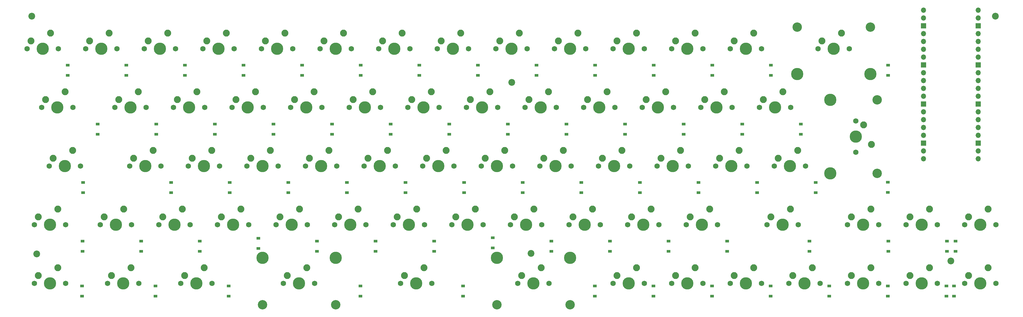
<source format=gbr>
G04 #@! TF.GenerationSoftware,KiCad,Pcbnew,(5.1.9)-1*
G04 #@! TF.CreationDate,2021-05-17T15:30:07+01:00*
G04 #@! TF.ProjectId,EnvKB65,456e764b-4236-4352-9e6b-696361645f70,rev?*
G04 #@! TF.SameCoordinates,Original*
G04 #@! TF.FileFunction,Soldermask,Bot*
G04 #@! TF.FilePolarity,Negative*
%FSLAX46Y46*%
G04 Gerber Fmt 4.6, Leading zero omitted, Abs format (unit mm)*
G04 Created by KiCad (PCBNEW (5.1.9)-1) date 2021-05-17 15:30:07*
%MOMM*%
%LPD*%
G01*
G04 APERTURE LIST*
%ADD10C,2.200000*%
%ADD11O,1.700000X1.700000*%
%ADD12R,1.700000X1.700000*%
%ADD13C,3.987800*%
%ADD14C,3.048000*%
%ADD15C,1.750000*%
%ADD16C,2.250000*%
%ADD17R,1.200000X0.900000*%
G04 APERTURE END LIST*
D10*
X231250000Y-178000000D03*
X225000000Y-122500000D03*
X367750000Y-180500000D03*
X70600000Y-178200000D03*
X69000000Y-101000000D03*
X382200000Y-101000000D03*
D11*
X376670000Y-99020000D03*
X376670000Y-101560000D03*
D12*
X376670000Y-104100000D03*
D11*
X376670000Y-106640000D03*
X376670000Y-109180000D03*
X376670000Y-111720000D03*
X376670000Y-114260000D03*
D12*
X376670000Y-116800000D03*
D11*
X376670000Y-119340000D03*
X376670000Y-121880000D03*
X376670000Y-124420000D03*
X376670000Y-126960000D03*
D12*
X376670000Y-129500000D03*
D11*
X376670000Y-132040000D03*
X376670000Y-134580000D03*
X376670000Y-137120000D03*
X376670000Y-139660000D03*
D12*
X376670000Y-142200000D03*
D11*
X376670000Y-144740000D03*
X376670000Y-147280000D03*
X358890000Y-147280000D03*
X358890000Y-144740000D03*
D12*
X358890000Y-142200000D03*
D11*
X358890000Y-139660000D03*
X358890000Y-137120000D03*
X358890000Y-134580000D03*
X358890000Y-132040000D03*
D12*
X358890000Y-129500000D03*
D11*
X358890000Y-126960000D03*
X358890000Y-124420000D03*
X358890000Y-121880000D03*
X358890000Y-119340000D03*
D12*
X358890000Y-116800000D03*
D11*
X358890000Y-114260000D03*
X358890000Y-111720000D03*
X358890000Y-109180000D03*
X358890000Y-106640000D03*
D12*
X358890000Y-104100000D03*
D11*
X358890000Y-101560000D03*
X358890000Y-99020000D03*
D13*
X328579200Y-128146120D03*
X328579200Y-152022120D03*
D14*
X343819200Y-128146120D03*
X343819200Y-152022120D03*
D15*
X336834200Y-145164120D03*
X336834200Y-135004120D03*
D16*
X339374200Y-136274120D03*
D13*
X336834200Y-140084120D03*
D16*
X341914200Y-142624120D03*
X196492950Y-182629120D03*
D13*
X193952950Y-187709120D03*
D16*
X190142950Y-185169120D03*
D15*
X188872950Y-187709120D03*
X199032950Y-187709120D03*
D16*
X234592950Y-182629120D03*
D13*
X232052950Y-187709120D03*
D16*
X228242950Y-185169120D03*
D15*
X226972950Y-187709120D03*
X237132950Y-187709120D03*
D14*
X220146700Y-194694120D03*
X243959200Y-194694120D03*
D13*
X220146700Y-179454120D03*
X243959200Y-179454120D03*
D16*
X360799200Y-182629120D03*
D13*
X358259200Y-187709120D03*
D16*
X354449200Y-185169120D03*
D15*
X353179200Y-187709120D03*
X363339200Y-187709120D03*
D16*
X265549200Y-182629120D03*
D13*
X263009200Y-187709120D03*
D16*
X259199200Y-185169120D03*
D15*
X257929200Y-187709120D03*
X268089200Y-187709120D03*
D16*
X82224200Y-144529120D03*
D13*
X79684200Y-149609120D03*
D16*
X75874200Y-147069120D03*
D15*
X74604200Y-149609120D03*
X84764200Y-149609120D03*
D16*
X158392950Y-182629120D03*
D13*
X155852950Y-187709120D03*
D16*
X152042950Y-185169120D03*
D15*
X150772950Y-187709120D03*
X160932950Y-187709120D03*
D14*
X143946700Y-194694120D03*
X167759200Y-194694120D03*
D13*
X143946700Y-179454120D03*
X167759200Y-179454120D03*
D16*
X315574200Y-163579120D03*
D13*
X313034200Y-168659120D03*
D16*
X309224200Y-166119120D03*
D15*
X307954200Y-168659120D03*
X318114200Y-168659120D03*
D16*
X379849200Y-182629120D03*
D13*
X377309200Y-187709120D03*
D16*
X373499200Y-185169120D03*
D15*
X372229200Y-187709120D03*
X382389200Y-187709120D03*
D16*
X341749200Y-182629120D03*
D13*
X339209200Y-187709120D03*
D16*
X335399200Y-185169120D03*
D15*
X334129200Y-187709120D03*
X344289200Y-187709120D03*
D16*
X322699200Y-182629120D03*
D13*
X320159200Y-187709120D03*
D16*
X316349200Y-185169120D03*
D15*
X315079200Y-187709120D03*
X325239200Y-187709120D03*
D16*
X303649200Y-182629120D03*
D13*
X301109200Y-187709120D03*
D16*
X297299200Y-185169120D03*
D15*
X296029200Y-187709120D03*
X306189200Y-187709120D03*
D16*
X284599200Y-182629120D03*
D13*
X282059200Y-187709120D03*
D16*
X278249200Y-185169120D03*
D15*
X276979200Y-187709120D03*
X287139200Y-187709120D03*
D16*
X125055450Y-182629120D03*
D13*
X122515450Y-187709120D03*
D16*
X118705450Y-185169120D03*
D15*
X117435450Y-187709120D03*
X127595450Y-187709120D03*
D16*
X101242950Y-182629120D03*
D13*
X98702950Y-187709120D03*
D16*
X94892950Y-185169120D03*
D15*
X93622950Y-187709120D03*
X103782950Y-187709120D03*
D16*
X77430450Y-182629120D03*
D13*
X74890450Y-187709120D03*
D16*
X71080450Y-185169120D03*
D15*
X69810450Y-187709120D03*
X79970450Y-187709120D03*
D16*
X379849200Y-163579120D03*
D13*
X377309200Y-168659120D03*
D16*
X373499200Y-166119120D03*
D15*
X372229200Y-168659120D03*
X382389200Y-168659120D03*
D16*
X360799200Y-163579120D03*
D13*
X358259200Y-168659120D03*
D16*
X354449200Y-166119120D03*
D15*
X353179200Y-168659120D03*
X363339200Y-168659120D03*
D16*
X341749200Y-163579120D03*
D13*
X339209200Y-168659120D03*
D16*
X335399200Y-166119120D03*
D15*
X334129200Y-168659120D03*
X344289200Y-168659120D03*
D16*
X289361700Y-163579120D03*
D13*
X286821700Y-168659120D03*
D16*
X283011700Y-166119120D03*
D15*
X281741700Y-168659120D03*
X291901700Y-168659120D03*
D16*
X270311700Y-163579120D03*
D13*
X267771700Y-168659120D03*
D16*
X263961700Y-166119120D03*
D15*
X262691700Y-168659120D03*
X272851700Y-168659120D03*
D16*
X251261700Y-163579120D03*
D13*
X248721700Y-168659120D03*
D16*
X244911700Y-166119120D03*
D15*
X243641700Y-168659120D03*
X253801700Y-168659120D03*
D16*
X232211700Y-163579120D03*
D13*
X229671700Y-168659120D03*
D16*
X225861700Y-166119120D03*
D15*
X224591700Y-168659120D03*
X234751700Y-168659120D03*
D16*
X213161700Y-163579120D03*
D13*
X210621700Y-168659120D03*
D16*
X206811700Y-166119120D03*
D15*
X205541700Y-168659120D03*
X215701700Y-168659120D03*
D16*
X194111700Y-163579120D03*
D13*
X191571700Y-168659120D03*
D16*
X187761700Y-166119120D03*
D15*
X186491700Y-168659120D03*
X196651700Y-168659120D03*
D16*
X175061700Y-163579120D03*
D13*
X172521700Y-168659120D03*
D16*
X168711700Y-166119120D03*
D15*
X167441700Y-168659120D03*
X177601700Y-168659120D03*
D16*
X156011700Y-163579120D03*
D13*
X153471700Y-168659120D03*
D16*
X149661700Y-166119120D03*
D15*
X148391700Y-168659120D03*
X158551700Y-168659120D03*
D16*
X136961700Y-163579120D03*
D13*
X134421700Y-168659120D03*
D16*
X130611700Y-166119120D03*
D15*
X129341700Y-168659120D03*
X139501700Y-168659120D03*
D16*
X117911700Y-163579120D03*
D13*
X115371700Y-168659120D03*
D16*
X111561700Y-166119120D03*
D15*
X110291700Y-168659120D03*
X120451700Y-168659120D03*
D16*
X98861700Y-163579120D03*
D13*
X96321700Y-168659120D03*
D16*
X92511700Y-166119120D03*
D15*
X91241700Y-168659120D03*
X101401700Y-168659120D03*
D16*
X77430450Y-163579120D03*
D13*
X74890450Y-168659120D03*
D16*
X71080450Y-166119120D03*
D15*
X69810450Y-168659120D03*
X79970450Y-168659120D03*
D16*
X317936700Y-144529120D03*
D13*
X315396700Y-149609120D03*
D16*
X311586700Y-147069120D03*
D15*
X310316700Y-149609120D03*
X320476700Y-149609120D03*
D16*
X298886700Y-144529120D03*
D13*
X296346700Y-149609120D03*
D16*
X292536700Y-147069120D03*
D15*
X291266700Y-149609120D03*
X301426700Y-149609120D03*
D16*
X279836700Y-144529120D03*
D13*
X277296700Y-149609120D03*
D16*
X273486700Y-147069120D03*
D15*
X272216700Y-149609120D03*
X282376700Y-149609120D03*
D16*
X260786700Y-144529120D03*
D13*
X258246700Y-149609120D03*
D16*
X254436700Y-147069120D03*
D15*
X253166700Y-149609120D03*
X263326700Y-149609120D03*
D16*
X241736700Y-144529120D03*
D13*
X239196700Y-149609120D03*
D16*
X235386700Y-147069120D03*
D15*
X234116700Y-149609120D03*
X244276700Y-149609120D03*
D16*
X222686700Y-144529120D03*
D13*
X220146700Y-149609120D03*
D16*
X216336700Y-147069120D03*
D15*
X215066700Y-149609120D03*
X225226700Y-149609120D03*
D16*
X203636700Y-144529120D03*
D13*
X201096700Y-149609120D03*
D16*
X197286700Y-147069120D03*
D15*
X196016700Y-149609120D03*
X206176700Y-149609120D03*
D16*
X184586700Y-144529120D03*
D13*
X182046700Y-149609120D03*
D16*
X178236700Y-147069120D03*
D15*
X176966700Y-149609120D03*
X187126700Y-149609120D03*
D16*
X165536700Y-144529120D03*
D13*
X162996700Y-149609120D03*
D16*
X159186700Y-147069120D03*
D15*
X157916700Y-149609120D03*
X168076700Y-149609120D03*
D16*
X146486700Y-144529120D03*
D13*
X143946700Y-149609120D03*
D16*
X140136700Y-147069120D03*
D15*
X138866700Y-149609120D03*
X149026700Y-149609120D03*
D16*
X127436700Y-144529120D03*
D13*
X124896700Y-149609120D03*
D16*
X121086700Y-147069120D03*
D15*
X119816700Y-149609120D03*
X129976700Y-149609120D03*
D16*
X108386700Y-144529120D03*
D13*
X105846700Y-149609120D03*
D16*
X102036700Y-147069120D03*
D15*
X100766700Y-149609120D03*
X110926700Y-149609120D03*
D16*
X313174200Y-125479120D03*
D13*
X310634200Y-130559120D03*
D16*
X306824200Y-128019120D03*
D15*
X305554200Y-130559120D03*
X315714200Y-130559120D03*
D16*
X294124200Y-125479120D03*
D13*
X291584200Y-130559120D03*
D16*
X287774200Y-128019120D03*
D15*
X286504200Y-130559120D03*
X296664200Y-130559120D03*
D16*
X275074200Y-125479120D03*
D13*
X272534200Y-130559120D03*
D16*
X268724200Y-128019120D03*
D15*
X267454200Y-130559120D03*
X277614200Y-130559120D03*
D16*
X256024200Y-125479120D03*
D13*
X253484200Y-130559120D03*
D16*
X249674200Y-128019120D03*
D15*
X248404200Y-130559120D03*
X258564200Y-130559120D03*
D16*
X236974200Y-125479120D03*
D13*
X234434200Y-130559120D03*
D16*
X230624200Y-128019120D03*
D15*
X229354200Y-130559120D03*
X239514200Y-130559120D03*
D16*
X217924200Y-125479120D03*
D13*
X215384200Y-130559120D03*
D16*
X211574200Y-128019120D03*
D15*
X210304200Y-130559120D03*
X220464200Y-130559120D03*
D16*
X198874200Y-125479120D03*
D13*
X196334200Y-130559120D03*
D16*
X192524200Y-128019120D03*
D15*
X191254200Y-130559120D03*
X201414200Y-130559120D03*
D16*
X179824200Y-125479120D03*
D13*
X177284200Y-130559120D03*
D16*
X173474200Y-128019120D03*
D15*
X172204200Y-130559120D03*
X182364200Y-130559120D03*
D16*
X160774200Y-125479120D03*
D13*
X158234200Y-130559120D03*
D16*
X154424200Y-128019120D03*
D15*
X153154200Y-130559120D03*
X163314200Y-130559120D03*
D16*
X141724200Y-125479120D03*
D13*
X139184200Y-130559120D03*
D16*
X135374200Y-128019120D03*
D15*
X134104200Y-130559120D03*
X144264200Y-130559120D03*
D16*
X122674200Y-125479120D03*
D13*
X120134200Y-130559120D03*
D16*
X116324200Y-128019120D03*
D15*
X115054200Y-130559120D03*
X125214200Y-130559120D03*
D16*
X103624200Y-125479120D03*
D13*
X101084200Y-130559120D03*
D16*
X97274200Y-128019120D03*
D15*
X96004200Y-130559120D03*
X106164200Y-130559120D03*
D16*
X79811700Y-125479120D03*
D13*
X77271700Y-130559120D03*
D16*
X73461700Y-128019120D03*
D15*
X72191700Y-130559120D03*
X82351700Y-130559120D03*
D16*
X332224200Y-106429120D03*
D13*
X329684200Y-111509120D03*
D16*
X325874200Y-108969120D03*
D15*
X324604200Y-111509120D03*
X334764200Y-111509120D03*
D14*
X317777950Y-104524120D03*
X341590450Y-104524120D03*
D13*
X317777950Y-119764120D03*
X341590450Y-119764120D03*
D16*
X303649200Y-106429120D03*
D13*
X301109200Y-111509120D03*
D16*
X297299200Y-108969120D03*
D15*
X296029200Y-111509120D03*
X306189200Y-111509120D03*
D16*
X284599200Y-106429120D03*
D13*
X282059200Y-111509120D03*
D16*
X278249200Y-108969120D03*
D15*
X276979200Y-111509120D03*
X287139200Y-111509120D03*
D16*
X265549200Y-106429120D03*
D13*
X263009200Y-111509120D03*
D16*
X259199200Y-108969120D03*
D15*
X257929200Y-111509120D03*
X268089200Y-111509120D03*
D16*
X246499200Y-106429120D03*
D13*
X243959200Y-111509120D03*
D16*
X240149200Y-108969120D03*
D15*
X238879200Y-111509120D03*
X249039200Y-111509120D03*
D16*
X227449200Y-106429120D03*
D13*
X224909200Y-111509120D03*
D16*
X221099200Y-108969120D03*
D15*
X219829200Y-111509120D03*
X229989200Y-111509120D03*
D16*
X208399200Y-106429120D03*
D13*
X205859200Y-111509120D03*
D16*
X202049200Y-108969120D03*
D15*
X200779200Y-111509120D03*
X210939200Y-111509120D03*
D16*
X189349200Y-106429120D03*
D13*
X186809200Y-111509120D03*
D16*
X182999200Y-108969120D03*
D15*
X181729200Y-111509120D03*
X191889200Y-111509120D03*
D16*
X170299200Y-106429120D03*
D13*
X167759200Y-111509120D03*
D16*
X163949200Y-108969120D03*
D15*
X162679200Y-111509120D03*
X172839200Y-111509120D03*
D16*
X151249200Y-106429120D03*
D13*
X148709200Y-111509120D03*
D16*
X144899200Y-108969120D03*
D15*
X143629200Y-111509120D03*
X153789200Y-111509120D03*
D16*
X132199200Y-106429120D03*
D13*
X129659200Y-111509120D03*
D16*
X125849200Y-108969120D03*
D15*
X124579200Y-111509120D03*
X134739200Y-111509120D03*
D16*
X113149200Y-106429120D03*
D13*
X110609200Y-111509120D03*
D16*
X106799200Y-108969120D03*
D15*
X105529200Y-111509120D03*
X115689200Y-111509120D03*
D16*
X94099200Y-106429120D03*
D13*
X91559200Y-111509120D03*
D16*
X87749200Y-108969120D03*
D15*
X86479200Y-111509120D03*
X96639200Y-111509120D03*
D16*
X75049200Y-106429120D03*
D13*
X72509200Y-111509120D03*
D16*
X68699200Y-108969120D03*
D15*
X67429200Y-111509120D03*
X77589200Y-111509120D03*
D17*
X80684200Y-116884120D03*
X80684200Y-120184120D03*
X99734200Y-116884120D03*
X99734200Y-120184120D03*
X118784200Y-116884120D03*
X118784200Y-120184120D03*
X137834200Y-116884120D03*
X137834200Y-120184120D03*
X156884200Y-116884120D03*
X156884200Y-120184120D03*
X175934200Y-116884120D03*
X175934200Y-120184120D03*
X194984200Y-116884120D03*
X194984200Y-120184120D03*
X214034200Y-116884120D03*
X214034200Y-120184120D03*
X233084200Y-116884120D03*
X233084200Y-120184120D03*
X252134200Y-116884120D03*
X252134200Y-120184120D03*
X271184200Y-116884120D03*
X271184200Y-120184120D03*
X290234200Y-116884120D03*
X290234200Y-120184120D03*
X309284200Y-116884120D03*
X309284200Y-120184120D03*
X347384200Y-116884120D03*
X347384200Y-120184120D03*
X90359200Y-135984120D03*
X90359200Y-139284120D03*
X109409200Y-135984120D03*
X109409200Y-139284120D03*
X128459200Y-135984120D03*
X128459200Y-139284120D03*
X147509200Y-135984120D03*
X147509200Y-139284120D03*
X166559200Y-135984120D03*
X166559200Y-139284120D03*
X185609200Y-135984120D03*
X185609200Y-139284120D03*
X204659200Y-135984120D03*
X204659200Y-139284120D03*
X223709200Y-135984120D03*
X223709200Y-139284120D03*
X242759200Y-135984120D03*
X242759200Y-139284120D03*
X261809200Y-135984120D03*
X261809200Y-139284120D03*
X280859200Y-135984120D03*
X280859200Y-139284120D03*
X299909200Y-135984120D03*
X299909200Y-139284120D03*
X318959200Y-135984120D03*
X318959200Y-139284120D03*
X85646700Y-154959120D03*
X85646700Y-158259120D03*
X114221700Y-154959120D03*
X114221700Y-158259120D03*
X133271700Y-154959120D03*
X133271700Y-158259120D03*
X152321700Y-154959120D03*
X152321700Y-158259120D03*
X171371700Y-154959120D03*
X171371700Y-158259120D03*
X190421700Y-154959120D03*
X190421700Y-158259120D03*
X209471700Y-154959120D03*
X209471700Y-158259120D03*
X228521700Y-154959120D03*
X228521700Y-158259120D03*
X247571700Y-154959120D03*
X247571700Y-158259120D03*
X266621700Y-154959120D03*
X266621700Y-158259120D03*
X285671700Y-154959120D03*
X285671700Y-158259120D03*
X304721700Y-154959120D03*
X304721700Y-158259120D03*
X323771700Y-154959120D03*
X323771700Y-158259120D03*
X347234200Y-154934120D03*
X347234200Y-158234120D03*
X85496700Y-174034120D03*
X85496700Y-177334120D03*
X104546700Y-174034120D03*
X104546700Y-177334120D03*
X123596700Y-174034120D03*
X123596700Y-177334120D03*
X142646700Y-173125000D03*
X142646700Y-176425000D03*
X161696700Y-174034120D03*
X161696700Y-177334120D03*
X180746700Y-174034120D03*
X180746700Y-177334120D03*
X199796700Y-174034120D03*
X199796700Y-177334120D03*
X218846700Y-172900000D03*
X218846700Y-176200000D03*
X237896700Y-174034120D03*
X237896700Y-177334120D03*
X256946700Y-174034120D03*
X256946700Y-177334120D03*
X275996700Y-174034120D03*
X275996700Y-177334120D03*
X295046700Y-174034120D03*
X295046700Y-177334120D03*
X321784200Y-174034120D03*
X321784200Y-177334120D03*
X347434200Y-174034120D03*
X347434200Y-177334120D03*
X366484200Y-174034120D03*
X366484200Y-177334120D03*
X369250000Y-174034120D03*
X369250000Y-177334120D03*
X85346700Y-188559120D03*
X85346700Y-191859120D03*
X109159200Y-188559120D03*
X109159200Y-191859120D03*
X132971700Y-188559120D03*
X132971700Y-191859120D03*
X175834200Y-188559120D03*
X175834200Y-191859120D03*
X209171700Y-188559120D03*
X209171700Y-191859120D03*
X252034200Y-188559120D03*
X252034200Y-191859120D03*
X271084200Y-188559120D03*
X271084200Y-191859120D03*
X290134200Y-188559120D03*
X290134200Y-191859120D03*
X309184200Y-188559120D03*
X309184200Y-191859120D03*
X328234200Y-188559120D03*
X328234200Y-191859120D03*
X347284200Y-188559120D03*
X347284200Y-191859120D03*
X366334200Y-188559120D03*
X366334200Y-191859120D03*
X368750000Y-188559120D03*
X368750000Y-191859120D03*
M02*

</source>
